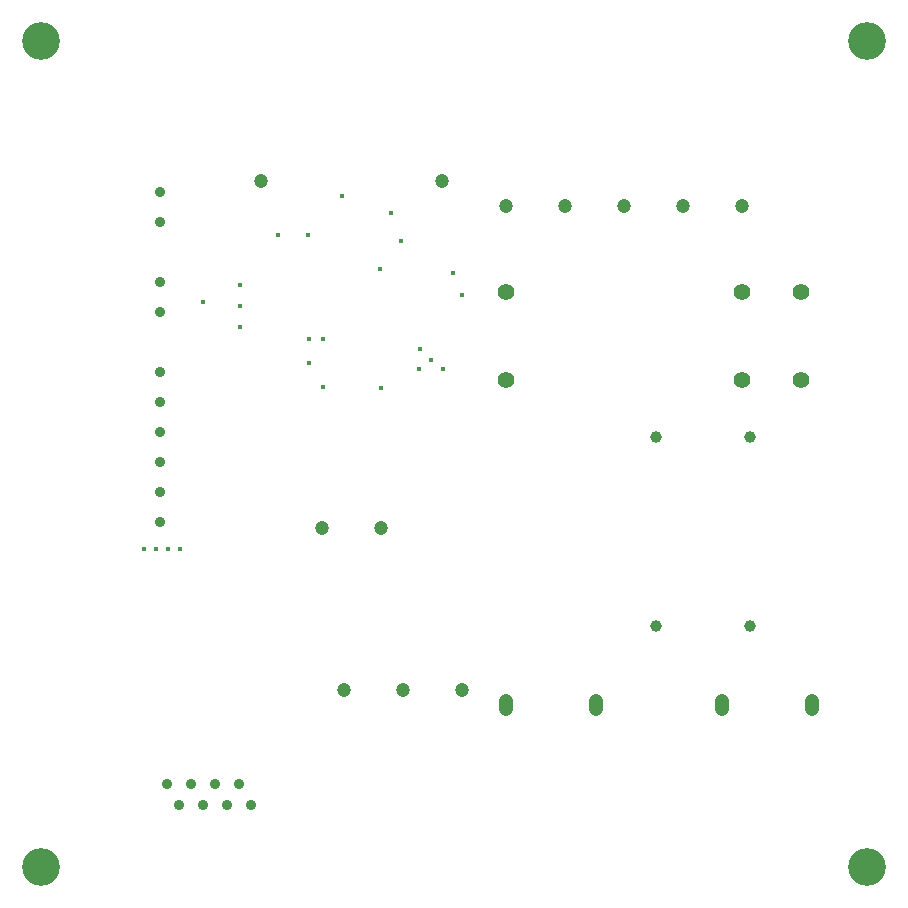
<source format=gbr>
%TF.GenerationSoftware,Altium Limited,Altium Designer,20.1.8 (145)*%
G04 Layer_Color=0*
%FSLAX45Y45*%
%MOMM*%
%TF.SameCoordinates,6D2D8FCC-EB96-405E-AB85-A4400E8CD33B*%
%TF.FilePolarity,Positive*%
%TF.FileFunction,Plated,1,2,PTH,Drill*%
%TF.Part,Single*%
G01*
G75*
%TA.AperFunction,ComponentDrill*%
%ADD67C,0.90000*%
%ADD68C,0.88900*%
%ADD69C,1.20000*%
%ADD70C,1.40000*%
%ADD71C,1.00000*%
%ADD72O,1.25000X1.87960*%
%ADD73C,1.20000*%
%TA.AperFunction,OtherDrill,Pad Free-1 (75mm,75mm)*%
%ADD74C,3.20000*%
%TA.AperFunction,OtherDrill,Pad Free-1 (5mm,75mm)*%
%ADD75C,3.20000*%
%TA.AperFunction,OtherDrill,Pad Free-1 (75mm,5mm)*%
%ADD76C,3.20000*%
%TA.AperFunction,OtherDrill,Pad Free-1 (5mm,5mm)*%
%ADD77C,3.20000*%
%TA.AperFunction,ViaDrill,NotFilled*%
%ADD78C,0.40000*%
D67*
X1513200Y5199000D02*
D03*
Y5453000D02*
D03*
Y4691000D02*
D03*
Y4437000D02*
D03*
Y4183000D02*
D03*
Y3929000D02*
D03*
Y3675000D02*
D03*
Y3421000D02*
D03*
Y5961000D02*
D03*
Y6215000D02*
D03*
D68*
X1668600Y1025000D02*
D03*
X1567000Y1202800D02*
D03*
X1871800Y1025000D02*
D03*
X1770200Y1202800D02*
D03*
X2075000Y1025000D02*
D03*
X1973400Y1202800D02*
D03*
X2278200Y1025000D02*
D03*
X2176600Y1202800D02*
D03*
D69*
X4438800Y6100000D02*
D03*
X4938800D02*
D03*
X5438800D02*
D03*
X5938800D02*
D03*
X6438800D02*
D03*
X3066820Y2000000D02*
D03*
X3566820D02*
D03*
X4066820D02*
D03*
D70*
X6938800Y4626000D02*
D03*
Y5376000D02*
D03*
X6438800Y4626000D02*
D03*
Y5376000D02*
D03*
X4438800D02*
D03*
Y4626000D02*
D03*
D71*
X5711000Y2547440D02*
D03*
X6511000D02*
D03*
Y4147440D02*
D03*
X5711000D02*
D03*
D72*
X5206900Y1873000D02*
D03*
X4444900D02*
D03*
X7035700D02*
D03*
X6273700D02*
D03*
D73*
X3903200Y6312600D02*
D03*
X2363200D02*
D03*
X3383200Y3372600D02*
D03*
X2883200D02*
D03*
D74*
X7500000Y7500000D02*
D03*
D75*
X500000D02*
D03*
D76*
X7500000Y500000D02*
D03*
D77*
X500000D02*
D03*
D78*
X4066540Y5349700D02*
D03*
X3710877Y4890936D02*
D03*
X3911259Y4721000D02*
D03*
X3809460Y4797304D02*
D03*
X3707583Y4721000D02*
D03*
X3373120Y5568136D02*
D03*
X1875956Y5288276D02*
D03*
X2188724Y5080000D02*
D03*
Y5257800D02*
D03*
X2188724Y5435600D02*
D03*
X3383460Y4557020D02*
D03*
X2771600Y4772200D02*
D03*
X2895600Y4978260D02*
D03*
Y4572000D02*
D03*
X2771600Y4978260D02*
D03*
X1677560Y3197480D02*
D03*
X1575960D02*
D03*
X1474360D02*
D03*
X1372760D02*
D03*
X2514161Y5856860D02*
D03*
X2761500D02*
D03*
X3994790Y5536460D02*
D03*
X3464292Y6040200D02*
D03*
X3548380Y5800080D02*
D03*
X3053360Y6185849D02*
D03*
%TF.MD5,d355a697be1f80b1d5a3793f2041a567*%
M02*

</source>
